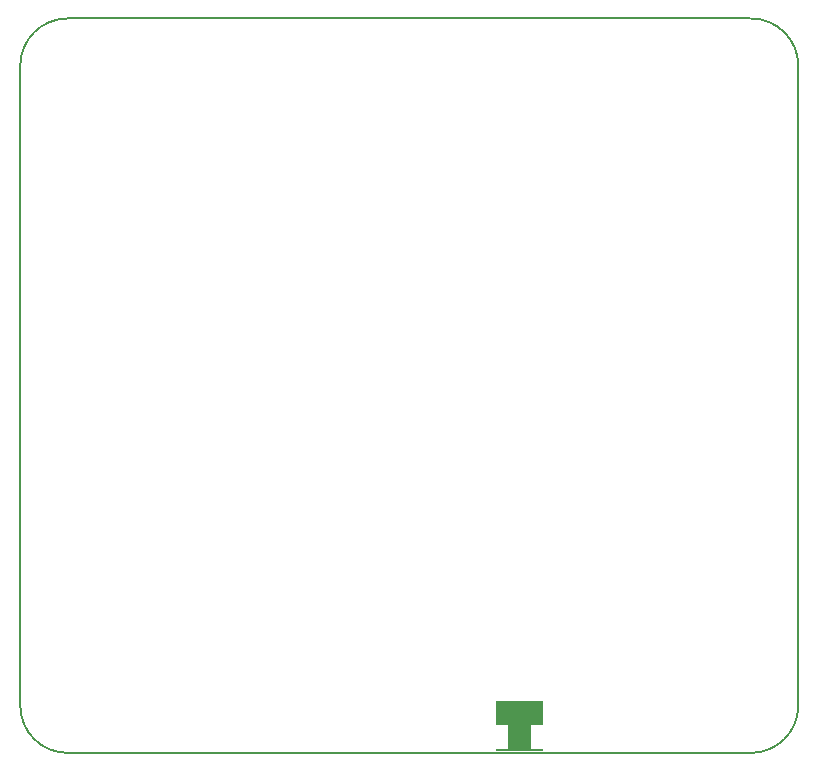
<source format=gbr>
%TF.GenerationSoftware,Altium Limited,Altium Designer,24.4.1 (13)*%
G04 Layer_Color=16711935*
%FSLAX45Y45*%
%MOMM*%
%TF.SameCoordinates,EFC9E65E-F59A-4C70-970D-A36E2AA460D7*%
%TF.FilePolarity,Positive*%
%TF.FileFunction,Keep-out,Top*%
%TF.Part,Single*%
G01*
G75*
%TA.AperFunction,NonConductor*%
%ADD78C,0.12700*%
G36*
X6967500Y4367500D02*
X6867500D01*
Y4167500D01*
X6967500D01*
Y4147500D01*
X6567500D01*
Y4167500D01*
X6670000D01*
Y4367500D01*
X6567500D01*
Y4572500D01*
X6967500D01*
Y4367500D01*
D02*
G37*
D78*
X9130000Y9952500D02*
G03*
X8730000Y10352500I-400000J0D01*
G01*
Y4135000D02*
G03*
X9130000Y4535000I0J400000D01*
G01*
X2542500D02*
G03*
X2942500Y4135000I400000J0D01*
G01*
Y10352500D02*
G03*
X2542500Y9952500I0J-400000D01*
G01*
X2942500Y4135000D02*
X8730000D01*
X9130000Y4535000D02*
Y9952500D01*
X2542500Y4535000D02*
Y9952500D01*
X2942500Y10352500D02*
X8725000D01*
%TF.MD5,8665340fe7aead0e6169dbe863598025*%
M02*

</source>
